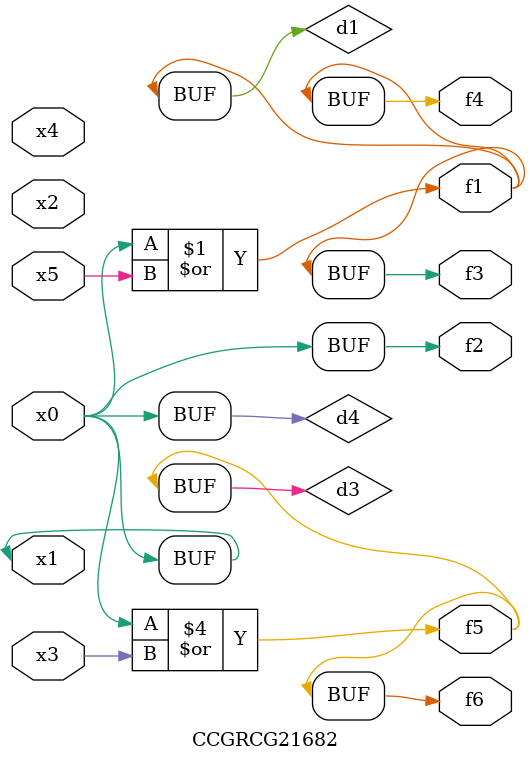
<source format=v>
module CCGRCG21682(
	input x0, x1, x2, x3, x4, x5,
	output f1, f2, f3, f4, f5, f6
);

	wire d1, d2, d3, d4;

	or (d1, x0, x5);
	xnor (d2, x1, x4);
	or (d3, x0, x3);
	buf (d4, x0, x1);
	assign f1 = d1;
	assign f2 = d4;
	assign f3 = d1;
	assign f4 = d1;
	assign f5 = d3;
	assign f6 = d3;
endmodule

</source>
